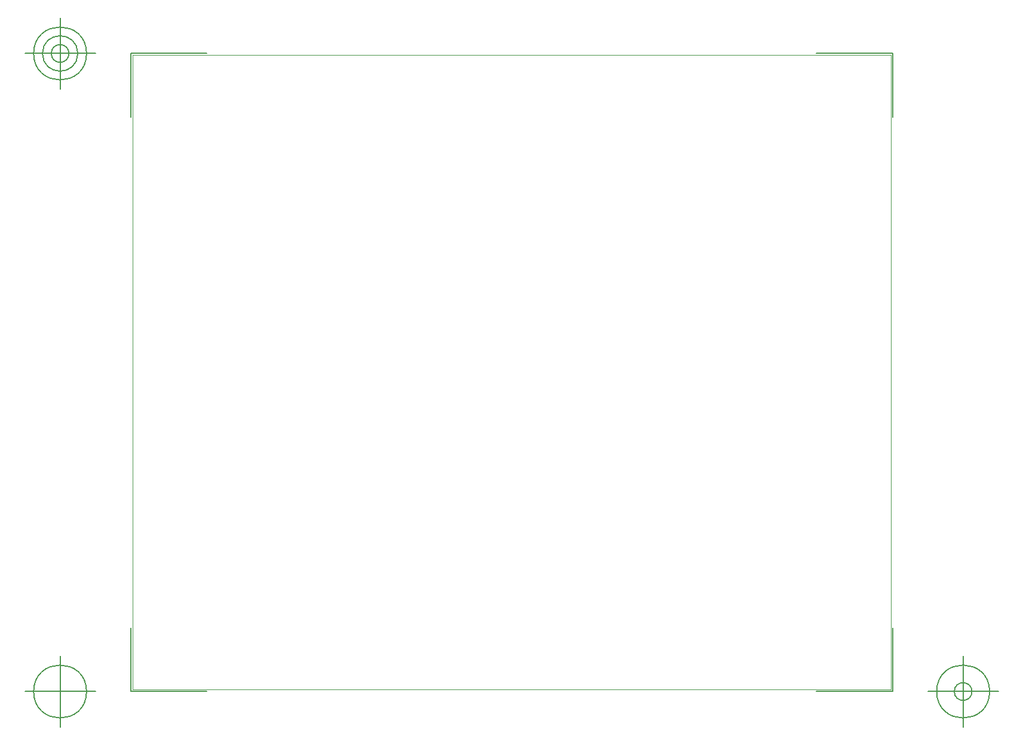
<source format=gbr>
G04 Generated by Ultiboard 14.2 *
%FSLAX33Y33*%
%MOMM*%

%ADD10C,0.001*%
%ADD11C,0.001*%
%ADD12C,0.127*%


G04 ColorRGB 00FFFF for the following layer *
%LNBoard Outline*%
%LPD*%
G54D10*
G54D11*
X-23368Y28194D02*
X84074Y28194D01*
X84074Y118110D01*
X-23368Y118110D01*
X-23368Y28194D01*
G54D12*
X-23622Y27940D02*
X-23622Y36982D01*
X-23622Y27940D02*
X-12827Y27940D01*
X84328Y27940D02*
X73533Y27940D01*
X84328Y27940D02*
X84328Y36982D01*
X84328Y118364D02*
X84328Y109322D01*
X84328Y118364D02*
X73533Y118364D01*
X-23622Y118364D02*
X-12827Y118364D01*
X-23622Y118364D02*
X-23622Y109322D01*
X-28622Y27940D02*
X-38622Y27940D01*
X-33622Y22940D02*
X-33622Y32940D01*
X-37372Y27940D02*
G75*
D01*
G02X-37372Y27940I3750J0*
G01*
X89328Y27940D02*
X99328Y27940D01*
X94328Y22940D02*
X94328Y32940D01*
X90578Y27940D02*
G75*
D01*
G02X90578Y27940I3750J0*
G01*
X93078Y27940D02*
G75*
D01*
G02X93078Y27940I1250J0*
G01*
X-28622Y118364D02*
X-38622Y118364D01*
X-33622Y113364D02*
X-33622Y123364D01*
X-37372Y118364D02*
G75*
D01*
G02X-37372Y118364I3750J0*
G01*
X-36122Y118364D02*
G75*
D01*
G02X-36122Y118364I2500J0*
G01*
X-34872Y118364D02*
G75*
D01*
G02X-34872Y118364I1250J0*
G01*

M02*

</source>
